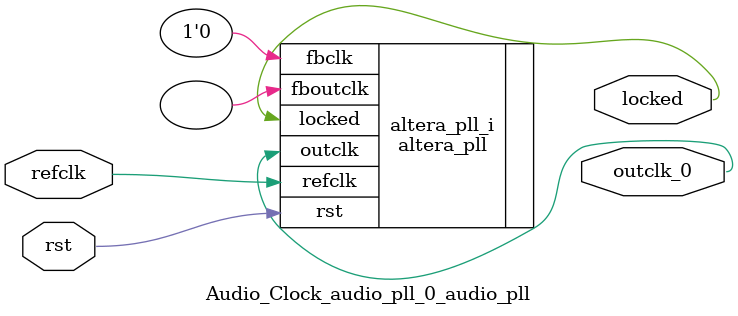
<source format=v>
`timescale 1ns/10ps
module  Audio_Clock_audio_pll_0_audio_pll(

	// interface 'refclk'
	input wire refclk,

	// interface 'reset'
	input wire rst,

	// interface 'outclk0'
	output wire outclk_0,

	// interface 'locked'
	output wire locked
);

	altera_pll #(
		.fractional_vco_multiplier("false"),
		.reference_clock_frequency("50.0 MHz"),
		.operation_mode("direct"),
		.number_of_clocks(1),
		.output_clock_frequency0("18.432203 MHz"),
		.phase_shift0("0 ps"),
		.duty_cycle0(50),
		.output_clock_frequency1("0 MHz"),
		.phase_shift1("0 ps"),
		.duty_cycle1(50),
		.output_clock_frequency2("0 MHz"),
		.phase_shift2("0 ps"),
		.duty_cycle2(50),
		.output_clock_frequency3("0 MHz"),
		.phase_shift3("0 ps"),
		.duty_cycle3(50),
		.output_clock_frequency4("0 MHz"),
		.phase_shift4("0 ps"),
		.duty_cycle4(50),
		.output_clock_frequency5("0 MHz"),
		.phase_shift5("0 ps"),
		.duty_cycle5(50),
		.output_clock_frequency6("0 MHz"),
		.phase_shift6("0 ps"),
		.duty_cycle6(50),
		.output_clock_frequency7("0 MHz"),
		.phase_shift7("0 ps"),
		.duty_cycle7(50),
		.output_clock_frequency8("0 MHz"),
		.phase_shift8("0 ps"),
		.duty_cycle8(50),
		.output_clock_frequency9("0 MHz"),
		.phase_shift9("0 ps"),
		.duty_cycle9(50),
		.output_clock_frequency10("0 MHz"),
		.phase_shift10("0 ps"),
		.duty_cycle10(50),
		.output_clock_frequency11("0 MHz"),
		.phase_shift11("0 ps"),
		.duty_cycle11(50),
		.output_clock_frequency12("0 MHz"),
		.phase_shift12("0 ps"),
		.duty_cycle12(50),
		.output_clock_frequency13("0 MHz"),
		.phase_shift13("0 ps"),
		.duty_cycle13(50),
		.output_clock_frequency14("0 MHz"),
		.phase_shift14("0 ps"),
		.duty_cycle14(50),
		.output_clock_frequency15("0 MHz"),
		.phase_shift15("0 ps"),
		.duty_cycle15(50),
		.output_clock_frequency16("0 MHz"),
		.phase_shift16("0 ps"),
		.duty_cycle16(50),
		.output_clock_frequency17("0 MHz"),
		.phase_shift17("0 ps"),
		.duty_cycle17(50),
		.pll_type("General"),
		.pll_subtype("General")
	) altera_pll_i (
		.rst	(rst),
		.outclk	({outclk_0}),
		.locked	(locked),
		.fboutclk	( ),
		.fbclk	(1'b0),
		.refclk	(refclk)
	);
endmodule


</source>
